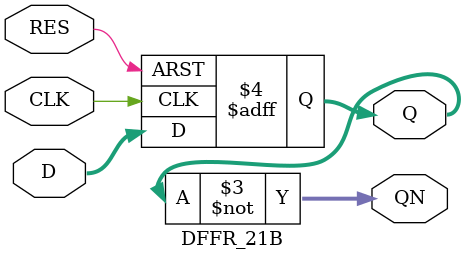
<source format=v>
module DFFR_21B(D, CLK, RES, Q, QN);

	 parameter BW = 21;

	 input  signed[BW-1:0] D;
	 input CLK, RES;
	 output  signed[BW-1:0] QN,Q;
	 reg  signed[BW-1:0] Q;

	 always @(posedge CLK or posedge RES) begin
		if( RES == 1'b1)
			Q <= 0;
		else
			Q <= D;
	 end
	 
	 assign QN = ~Q;
	 
endmodule

</source>
